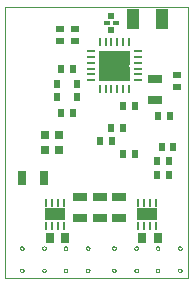
<source format=gtp>
G75*
%MOIN*%
%OFA0B0*%
%FSLAX25Y25*%
%IPPOS*%
%LPD*%
%AMOC8*
5,1,8,0,0,1.08239X$1,22.5*
%
%ADD10C,0.00000*%
%ADD11R,0.03000X0.01000*%
%ADD12R,0.01000X0.03000*%
%ADD13R,0.10400X0.10400*%
%ADD14C,0.00100*%
%ADD15R,0.02362X0.02953*%
%ADD16R,0.01969X0.01181*%
%ADD17R,0.02165X0.02165*%
%ADD18R,0.03937X0.06693*%
%ADD19R,0.02362X0.02756*%
%ADD20R,0.04724X0.03150*%
%ADD21R,0.02756X0.02362*%
%ADD22R,0.02756X0.03150*%
%ADD23R,0.01100X0.02800*%
%ADD24R,0.06700X0.03900*%
%ADD25R,0.02756X0.03543*%
%ADD26R,0.03150X0.04724*%
D10*
X0051468Y0044415D02*
X0112491Y0044415D01*
X0112491Y0083785D01*
X0112491Y0079848D02*
X0112491Y0134966D01*
X0051468Y0134966D01*
X0051468Y0044415D01*
X0056625Y0047013D02*
X0056627Y0047061D01*
X0056633Y0047109D01*
X0056643Y0047156D01*
X0056656Y0047202D01*
X0056674Y0047247D01*
X0056694Y0047291D01*
X0056719Y0047333D01*
X0056747Y0047372D01*
X0056777Y0047409D01*
X0056811Y0047443D01*
X0056848Y0047475D01*
X0056886Y0047504D01*
X0056927Y0047529D01*
X0056970Y0047551D01*
X0057015Y0047569D01*
X0057061Y0047583D01*
X0057108Y0047594D01*
X0057156Y0047601D01*
X0057204Y0047604D01*
X0057252Y0047603D01*
X0057300Y0047598D01*
X0057348Y0047589D01*
X0057394Y0047577D01*
X0057439Y0047560D01*
X0057483Y0047540D01*
X0057525Y0047517D01*
X0057565Y0047490D01*
X0057603Y0047460D01*
X0057638Y0047427D01*
X0057670Y0047391D01*
X0057700Y0047353D01*
X0057726Y0047312D01*
X0057748Y0047269D01*
X0057768Y0047225D01*
X0057783Y0047180D01*
X0057795Y0047133D01*
X0057803Y0047085D01*
X0057807Y0047037D01*
X0057807Y0046989D01*
X0057803Y0046941D01*
X0057795Y0046893D01*
X0057783Y0046846D01*
X0057768Y0046801D01*
X0057748Y0046757D01*
X0057726Y0046714D01*
X0057700Y0046673D01*
X0057670Y0046635D01*
X0057638Y0046599D01*
X0057603Y0046566D01*
X0057565Y0046536D01*
X0057525Y0046509D01*
X0057483Y0046486D01*
X0057439Y0046466D01*
X0057394Y0046449D01*
X0057348Y0046437D01*
X0057300Y0046428D01*
X0057252Y0046423D01*
X0057204Y0046422D01*
X0057156Y0046425D01*
X0057108Y0046432D01*
X0057061Y0046443D01*
X0057015Y0046457D01*
X0056970Y0046475D01*
X0056927Y0046497D01*
X0056886Y0046522D01*
X0056848Y0046551D01*
X0056811Y0046583D01*
X0056777Y0046617D01*
X0056747Y0046654D01*
X0056719Y0046693D01*
X0056694Y0046735D01*
X0056674Y0046779D01*
X0056656Y0046824D01*
X0056643Y0046870D01*
X0056633Y0046917D01*
X0056627Y0046965D01*
X0056625Y0047013D01*
X0056625Y0054415D02*
X0056627Y0054463D01*
X0056633Y0054511D01*
X0056643Y0054558D01*
X0056656Y0054604D01*
X0056674Y0054649D01*
X0056694Y0054693D01*
X0056719Y0054735D01*
X0056747Y0054774D01*
X0056777Y0054811D01*
X0056811Y0054845D01*
X0056848Y0054877D01*
X0056886Y0054906D01*
X0056927Y0054931D01*
X0056970Y0054953D01*
X0057015Y0054971D01*
X0057061Y0054985D01*
X0057108Y0054996D01*
X0057156Y0055003D01*
X0057204Y0055006D01*
X0057252Y0055005D01*
X0057300Y0055000D01*
X0057348Y0054991D01*
X0057394Y0054979D01*
X0057439Y0054962D01*
X0057483Y0054942D01*
X0057525Y0054919D01*
X0057565Y0054892D01*
X0057603Y0054862D01*
X0057638Y0054829D01*
X0057670Y0054793D01*
X0057700Y0054755D01*
X0057726Y0054714D01*
X0057748Y0054671D01*
X0057768Y0054627D01*
X0057783Y0054582D01*
X0057795Y0054535D01*
X0057803Y0054487D01*
X0057807Y0054439D01*
X0057807Y0054391D01*
X0057803Y0054343D01*
X0057795Y0054295D01*
X0057783Y0054248D01*
X0057768Y0054203D01*
X0057748Y0054159D01*
X0057726Y0054116D01*
X0057700Y0054075D01*
X0057670Y0054037D01*
X0057638Y0054001D01*
X0057603Y0053968D01*
X0057565Y0053938D01*
X0057525Y0053911D01*
X0057483Y0053888D01*
X0057439Y0053868D01*
X0057394Y0053851D01*
X0057348Y0053839D01*
X0057300Y0053830D01*
X0057252Y0053825D01*
X0057204Y0053824D01*
X0057156Y0053827D01*
X0057108Y0053834D01*
X0057061Y0053845D01*
X0057015Y0053859D01*
X0056970Y0053877D01*
X0056927Y0053899D01*
X0056886Y0053924D01*
X0056848Y0053953D01*
X0056811Y0053985D01*
X0056777Y0054019D01*
X0056747Y0054056D01*
X0056719Y0054095D01*
X0056694Y0054137D01*
X0056674Y0054181D01*
X0056656Y0054226D01*
X0056643Y0054272D01*
X0056633Y0054319D01*
X0056627Y0054367D01*
X0056625Y0054415D01*
X0064026Y0054415D02*
X0064028Y0054463D01*
X0064034Y0054511D01*
X0064044Y0054558D01*
X0064057Y0054604D01*
X0064075Y0054649D01*
X0064095Y0054693D01*
X0064120Y0054735D01*
X0064148Y0054774D01*
X0064178Y0054811D01*
X0064212Y0054845D01*
X0064249Y0054877D01*
X0064287Y0054906D01*
X0064328Y0054931D01*
X0064371Y0054953D01*
X0064416Y0054971D01*
X0064462Y0054985D01*
X0064509Y0054996D01*
X0064557Y0055003D01*
X0064605Y0055006D01*
X0064653Y0055005D01*
X0064701Y0055000D01*
X0064749Y0054991D01*
X0064795Y0054979D01*
X0064840Y0054962D01*
X0064884Y0054942D01*
X0064926Y0054919D01*
X0064966Y0054892D01*
X0065004Y0054862D01*
X0065039Y0054829D01*
X0065071Y0054793D01*
X0065101Y0054755D01*
X0065127Y0054714D01*
X0065149Y0054671D01*
X0065169Y0054627D01*
X0065184Y0054582D01*
X0065196Y0054535D01*
X0065204Y0054487D01*
X0065208Y0054439D01*
X0065208Y0054391D01*
X0065204Y0054343D01*
X0065196Y0054295D01*
X0065184Y0054248D01*
X0065169Y0054203D01*
X0065149Y0054159D01*
X0065127Y0054116D01*
X0065101Y0054075D01*
X0065071Y0054037D01*
X0065039Y0054001D01*
X0065004Y0053968D01*
X0064966Y0053938D01*
X0064926Y0053911D01*
X0064884Y0053888D01*
X0064840Y0053868D01*
X0064795Y0053851D01*
X0064749Y0053839D01*
X0064701Y0053830D01*
X0064653Y0053825D01*
X0064605Y0053824D01*
X0064557Y0053827D01*
X0064509Y0053834D01*
X0064462Y0053845D01*
X0064416Y0053859D01*
X0064371Y0053877D01*
X0064328Y0053899D01*
X0064287Y0053924D01*
X0064249Y0053953D01*
X0064212Y0053985D01*
X0064178Y0054019D01*
X0064148Y0054056D01*
X0064120Y0054095D01*
X0064095Y0054137D01*
X0064075Y0054181D01*
X0064057Y0054226D01*
X0064044Y0054272D01*
X0064034Y0054319D01*
X0064028Y0054367D01*
X0064026Y0054415D01*
X0064026Y0047013D02*
X0064028Y0047061D01*
X0064034Y0047109D01*
X0064044Y0047156D01*
X0064057Y0047202D01*
X0064075Y0047247D01*
X0064095Y0047291D01*
X0064120Y0047333D01*
X0064148Y0047372D01*
X0064178Y0047409D01*
X0064212Y0047443D01*
X0064249Y0047475D01*
X0064287Y0047504D01*
X0064328Y0047529D01*
X0064371Y0047551D01*
X0064416Y0047569D01*
X0064462Y0047583D01*
X0064509Y0047594D01*
X0064557Y0047601D01*
X0064605Y0047604D01*
X0064653Y0047603D01*
X0064701Y0047598D01*
X0064749Y0047589D01*
X0064795Y0047577D01*
X0064840Y0047560D01*
X0064884Y0047540D01*
X0064926Y0047517D01*
X0064966Y0047490D01*
X0065004Y0047460D01*
X0065039Y0047427D01*
X0065071Y0047391D01*
X0065101Y0047353D01*
X0065127Y0047312D01*
X0065149Y0047269D01*
X0065169Y0047225D01*
X0065184Y0047180D01*
X0065196Y0047133D01*
X0065204Y0047085D01*
X0065208Y0047037D01*
X0065208Y0046989D01*
X0065204Y0046941D01*
X0065196Y0046893D01*
X0065184Y0046846D01*
X0065169Y0046801D01*
X0065149Y0046757D01*
X0065127Y0046714D01*
X0065101Y0046673D01*
X0065071Y0046635D01*
X0065039Y0046599D01*
X0065004Y0046566D01*
X0064966Y0046536D01*
X0064926Y0046509D01*
X0064884Y0046486D01*
X0064840Y0046466D01*
X0064795Y0046449D01*
X0064749Y0046437D01*
X0064701Y0046428D01*
X0064653Y0046423D01*
X0064605Y0046422D01*
X0064557Y0046425D01*
X0064509Y0046432D01*
X0064462Y0046443D01*
X0064416Y0046457D01*
X0064371Y0046475D01*
X0064328Y0046497D01*
X0064287Y0046522D01*
X0064249Y0046551D01*
X0064212Y0046583D01*
X0064178Y0046617D01*
X0064148Y0046654D01*
X0064120Y0046693D01*
X0064095Y0046735D01*
X0064075Y0046779D01*
X0064057Y0046824D01*
X0064044Y0046870D01*
X0064034Y0046917D01*
X0064028Y0046965D01*
X0064026Y0047013D01*
X0071192Y0047013D02*
X0071194Y0047061D01*
X0071200Y0047109D01*
X0071210Y0047156D01*
X0071223Y0047202D01*
X0071241Y0047247D01*
X0071261Y0047291D01*
X0071286Y0047333D01*
X0071314Y0047372D01*
X0071344Y0047409D01*
X0071378Y0047443D01*
X0071415Y0047475D01*
X0071453Y0047504D01*
X0071494Y0047529D01*
X0071537Y0047551D01*
X0071582Y0047569D01*
X0071628Y0047583D01*
X0071675Y0047594D01*
X0071723Y0047601D01*
X0071771Y0047604D01*
X0071819Y0047603D01*
X0071867Y0047598D01*
X0071915Y0047589D01*
X0071961Y0047577D01*
X0072006Y0047560D01*
X0072050Y0047540D01*
X0072092Y0047517D01*
X0072132Y0047490D01*
X0072170Y0047460D01*
X0072205Y0047427D01*
X0072237Y0047391D01*
X0072267Y0047353D01*
X0072293Y0047312D01*
X0072315Y0047269D01*
X0072335Y0047225D01*
X0072350Y0047180D01*
X0072362Y0047133D01*
X0072370Y0047085D01*
X0072374Y0047037D01*
X0072374Y0046989D01*
X0072370Y0046941D01*
X0072362Y0046893D01*
X0072350Y0046846D01*
X0072335Y0046801D01*
X0072315Y0046757D01*
X0072293Y0046714D01*
X0072267Y0046673D01*
X0072237Y0046635D01*
X0072205Y0046599D01*
X0072170Y0046566D01*
X0072132Y0046536D01*
X0072092Y0046509D01*
X0072050Y0046486D01*
X0072006Y0046466D01*
X0071961Y0046449D01*
X0071915Y0046437D01*
X0071867Y0046428D01*
X0071819Y0046423D01*
X0071771Y0046422D01*
X0071723Y0046425D01*
X0071675Y0046432D01*
X0071628Y0046443D01*
X0071582Y0046457D01*
X0071537Y0046475D01*
X0071494Y0046497D01*
X0071453Y0046522D01*
X0071415Y0046551D01*
X0071378Y0046583D01*
X0071344Y0046617D01*
X0071314Y0046654D01*
X0071286Y0046693D01*
X0071261Y0046735D01*
X0071241Y0046779D01*
X0071223Y0046824D01*
X0071210Y0046870D01*
X0071200Y0046917D01*
X0071194Y0046965D01*
X0071192Y0047013D01*
X0071192Y0054415D02*
X0071194Y0054463D01*
X0071200Y0054511D01*
X0071210Y0054558D01*
X0071223Y0054604D01*
X0071241Y0054649D01*
X0071261Y0054693D01*
X0071286Y0054735D01*
X0071314Y0054774D01*
X0071344Y0054811D01*
X0071378Y0054845D01*
X0071415Y0054877D01*
X0071453Y0054906D01*
X0071494Y0054931D01*
X0071537Y0054953D01*
X0071582Y0054971D01*
X0071628Y0054985D01*
X0071675Y0054996D01*
X0071723Y0055003D01*
X0071771Y0055006D01*
X0071819Y0055005D01*
X0071867Y0055000D01*
X0071915Y0054991D01*
X0071961Y0054979D01*
X0072006Y0054962D01*
X0072050Y0054942D01*
X0072092Y0054919D01*
X0072132Y0054892D01*
X0072170Y0054862D01*
X0072205Y0054829D01*
X0072237Y0054793D01*
X0072267Y0054755D01*
X0072293Y0054714D01*
X0072315Y0054671D01*
X0072335Y0054627D01*
X0072350Y0054582D01*
X0072362Y0054535D01*
X0072370Y0054487D01*
X0072374Y0054439D01*
X0072374Y0054391D01*
X0072370Y0054343D01*
X0072362Y0054295D01*
X0072350Y0054248D01*
X0072335Y0054203D01*
X0072315Y0054159D01*
X0072293Y0054116D01*
X0072267Y0054075D01*
X0072237Y0054037D01*
X0072205Y0054001D01*
X0072170Y0053968D01*
X0072132Y0053938D01*
X0072092Y0053911D01*
X0072050Y0053888D01*
X0072006Y0053868D01*
X0071961Y0053851D01*
X0071915Y0053839D01*
X0071867Y0053830D01*
X0071819Y0053825D01*
X0071771Y0053824D01*
X0071723Y0053827D01*
X0071675Y0053834D01*
X0071628Y0053845D01*
X0071582Y0053859D01*
X0071537Y0053877D01*
X0071494Y0053899D01*
X0071453Y0053924D01*
X0071415Y0053953D01*
X0071378Y0053985D01*
X0071344Y0054019D01*
X0071314Y0054056D01*
X0071286Y0054095D01*
X0071261Y0054137D01*
X0071241Y0054181D01*
X0071223Y0054226D01*
X0071210Y0054272D01*
X0071200Y0054319D01*
X0071194Y0054367D01*
X0071192Y0054415D01*
X0078593Y0054415D02*
X0078595Y0054463D01*
X0078601Y0054511D01*
X0078611Y0054558D01*
X0078624Y0054604D01*
X0078642Y0054649D01*
X0078662Y0054693D01*
X0078687Y0054735D01*
X0078715Y0054774D01*
X0078745Y0054811D01*
X0078779Y0054845D01*
X0078816Y0054877D01*
X0078854Y0054906D01*
X0078895Y0054931D01*
X0078938Y0054953D01*
X0078983Y0054971D01*
X0079029Y0054985D01*
X0079076Y0054996D01*
X0079124Y0055003D01*
X0079172Y0055006D01*
X0079220Y0055005D01*
X0079268Y0055000D01*
X0079316Y0054991D01*
X0079362Y0054979D01*
X0079407Y0054962D01*
X0079451Y0054942D01*
X0079493Y0054919D01*
X0079533Y0054892D01*
X0079571Y0054862D01*
X0079606Y0054829D01*
X0079638Y0054793D01*
X0079668Y0054755D01*
X0079694Y0054714D01*
X0079716Y0054671D01*
X0079736Y0054627D01*
X0079751Y0054582D01*
X0079763Y0054535D01*
X0079771Y0054487D01*
X0079775Y0054439D01*
X0079775Y0054391D01*
X0079771Y0054343D01*
X0079763Y0054295D01*
X0079751Y0054248D01*
X0079736Y0054203D01*
X0079716Y0054159D01*
X0079694Y0054116D01*
X0079668Y0054075D01*
X0079638Y0054037D01*
X0079606Y0054001D01*
X0079571Y0053968D01*
X0079533Y0053938D01*
X0079493Y0053911D01*
X0079451Y0053888D01*
X0079407Y0053868D01*
X0079362Y0053851D01*
X0079316Y0053839D01*
X0079268Y0053830D01*
X0079220Y0053825D01*
X0079172Y0053824D01*
X0079124Y0053827D01*
X0079076Y0053834D01*
X0079029Y0053845D01*
X0078983Y0053859D01*
X0078938Y0053877D01*
X0078895Y0053899D01*
X0078854Y0053924D01*
X0078816Y0053953D01*
X0078779Y0053985D01*
X0078745Y0054019D01*
X0078715Y0054056D01*
X0078687Y0054095D01*
X0078662Y0054137D01*
X0078642Y0054181D01*
X0078624Y0054226D01*
X0078611Y0054272D01*
X0078601Y0054319D01*
X0078595Y0054367D01*
X0078593Y0054415D01*
X0078593Y0047013D02*
X0078595Y0047061D01*
X0078601Y0047109D01*
X0078611Y0047156D01*
X0078624Y0047202D01*
X0078642Y0047247D01*
X0078662Y0047291D01*
X0078687Y0047333D01*
X0078715Y0047372D01*
X0078745Y0047409D01*
X0078779Y0047443D01*
X0078816Y0047475D01*
X0078854Y0047504D01*
X0078895Y0047529D01*
X0078938Y0047551D01*
X0078983Y0047569D01*
X0079029Y0047583D01*
X0079076Y0047594D01*
X0079124Y0047601D01*
X0079172Y0047604D01*
X0079220Y0047603D01*
X0079268Y0047598D01*
X0079316Y0047589D01*
X0079362Y0047577D01*
X0079407Y0047560D01*
X0079451Y0047540D01*
X0079493Y0047517D01*
X0079533Y0047490D01*
X0079571Y0047460D01*
X0079606Y0047427D01*
X0079638Y0047391D01*
X0079668Y0047353D01*
X0079694Y0047312D01*
X0079716Y0047269D01*
X0079736Y0047225D01*
X0079751Y0047180D01*
X0079763Y0047133D01*
X0079771Y0047085D01*
X0079775Y0047037D01*
X0079775Y0046989D01*
X0079771Y0046941D01*
X0079763Y0046893D01*
X0079751Y0046846D01*
X0079736Y0046801D01*
X0079716Y0046757D01*
X0079694Y0046714D01*
X0079668Y0046673D01*
X0079638Y0046635D01*
X0079606Y0046599D01*
X0079571Y0046566D01*
X0079533Y0046536D01*
X0079493Y0046509D01*
X0079451Y0046486D01*
X0079407Y0046466D01*
X0079362Y0046449D01*
X0079316Y0046437D01*
X0079268Y0046428D01*
X0079220Y0046423D01*
X0079172Y0046422D01*
X0079124Y0046425D01*
X0079076Y0046432D01*
X0079029Y0046443D01*
X0078983Y0046457D01*
X0078938Y0046475D01*
X0078895Y0046497D01*
X0078854Y0046522D01*
X0078816Y0046551D01*
X0078779Y0046583D01*
X0078745Y0046617D01*
X0078715Y0046654D01*
X0078687Y0046693D01*
X0078662Y0046735D01*
X0078642Y0046779D01*
X0078624Y0046824D01*
X0078611Y0046870D01*
X0078601Y0046917D01*
X0078595Y0046965D01*
X0078593Y0047013D01*
X0087333Y0047013D02*
X0087335Y0047061D01*
X0087341Y0047109D01*
X0087351Y0047156D01*
X0087364Y0047202D01*
X0087382Y0047247D01*
X0087402Y0047291D01*
X0087427Y0047333D01*
X0087455Y0047372D01*
X0087485Y0047409D01*
X0087519Y0047443D01*
X0087556Y0047475D01*
X0087594Y0047504D01*
X0087635Y0047529D01*
X0087678Y0047551D01*
X0087723Y0047569D01*
X0087769Y0047583D01*
X0087816Y0047594D01*
X0087864Y0047601D01*
X0087912Y0047604D01*
X0087960Y0047603D01*
X0088008Y0047598D01*
X0088056Y0047589D01*
X0088102Y0047577D01*
X0088147Y0047560D01*
X0088191Y0047540D01*
X0088233Y0047517D01*
X0088273Y0047490D01*
X0088311Y0047460D01*
X0088346Y0047427D01*
X0088378Y0047391D01*
X0088408Y0047353D01*
X0088434Y0047312D01*
X0088456Y0047269D01*
X0088476Y0047225D01*
X0088491Y0047180D01*
X0088503Y0047133D01*
X0088511Y0047085D01*
X0088515Y0047037D01*
X0088515Y0046989D01*
X0088511Y0046941D01*
X0088503Y0046893D01*
X0088491Y0046846D01*
X0088476Y0046801D01*
X0088456Y0046757D01*
X0088434Y0046714D01*
X0088408Y0046673D01*
X0088378Y0046635D01*
X0088346Y0046599D01*
X0088311Y0046566D01*
X0088273Y0046536D01*
X0088233Y0046509D01*
X0088191Y0046486D01*
X0088147Y0046466D01*
X0088102Y0046449D01*
X0088056Y0046437D01*
X0088008Y0046428D01*
X0087960Y0046423D01*
X0087912Y0046422D01*
X0087864Y0046425D01*
X0087816Y0046432D01*
X0087769Y0046443D01*
X0087723Y0046457D01*
X0087678Y0046475D01*
X0087635Y0046497D01*
X0087594Y0046522D01*
X0087556Y0046551D01*
X0087519Y0046583D01*
X0087485Y0046617D01*
X0087455Y0046654D01*
X0087427Y0046693D01*
X0087402Y0046735D01*
X0087382Y0046779D01*
X0087364Y0046824D01*
X0087351Y0046870D01*
X0087341Y0046917D01*
X0087335Y0046965D01*
X0087333Y0047013D01*
X0087333Y0054415D02*
X0087335Y0054463D01*
X0087341Y0054511D01*
X0087351Y0054558D01*
X0087364Y0054604D01*
X0087382Y0054649D01*
X0087402Y0054693D01*
X0087427Y0054735D01*
X0087455Y0054774D01*
X0087485Y0054811D01*
X0087519Y0054845D01*
X0087556Y0054877D01*
X0087594Y0054906D01*
X0087635Y0054931D01*
X0087678Y0054953D01*
X0087723Y0054971D01*
X0087769Y0054985D01*
X0087816Y0054996D01*
X0087864Y0055003D01*
X0087912Y0055006D01*
X0087960Y0055005D01*
X0088008Y0055000D01*
X0088056Y0054991D01*
X0088102Y0054979D01*
X0088147Y0054962D01*
X0088191Y0054942D01*
X0088233Y0054919D01*
X0088273Y0054892D01*
X0088311Y0054862D01*
X0088346Y0054829D01*
X0088378Y0054793D01*
X0088408Y0054755D01*
X0088434Y0054714D01*
X0088456Y0054671D01*
X0088476Y0054627D01*
X0088491Y0054582D01*
X0088503Y0054535D01*
X0088511Y0054487D01*
X0088515Y0054439D01*
X0088515Y0054391D01*
X0088511Y0054343D01*
X0088503Y0054295D01*
X0088491Y0054248D01*
X0088476Y0054203D01*
X0088456Y0054159D01*
X0088434Y0054116D01*
X0088408Y0054075D01*
X0088378Y0054037D01*
X0088346Y0054001D01*
X0088311Y0053968D01*
X0088273Y0053938D01*
X0088233Y0053911D01*
X0088191Y0053888D01*
X0088147Y0053868D01*
X0088102Y0053851D01*
X0088056Y0053839D01*
X0088008Y0053830D01*
X0087960Y0053825D01*
X0087912Y0053824D01*
X0087864Y0053827D01*
X0087816Y0053834D01*
X0087769Y0053845D01*
X0087723Y0053859D01*
X0087678Y0053877D01*
X0087635Y0053899D01*
X0087594Y0053924D01*
X0087556Y0053953D01*
X0087519Y0053985D01*
X0087485Y0054019D01*
X0087455Y0054056D01*
X0087427Y0054095D01*
X0087402Y0054137D01*
X0087382Y0054181D01*
X0087364Y0054226D01*
X0087351Y0054272D01*
X0087341Y0054319D01*
X0087335Y0054367D01*
X0087333Y0054415D01*
X0094735Y0054415D02*
X0094737Y0054463D01*
X0094743Y0054511D01*
X0094753Y0054558D01*
X0094766Y0054604D01*
X0094784Y0054649D01*
X0094804Y0054693D01*
X0094829Y0054735D01*
X0094857Y0054774D01*
X0094887Y0054811D01*
X0094921Y0054845D01*
X0094958Y0054877D01*
X0094996Y0054906D01*
X0095037Y0054931D01*
X0095080Y0054953D01*
X0095125Y0054971D01*
X0095171Y0054985D01*
X0095218Y0054996D01*
X0095266Y0055003D01*
X0095314Y0055006D01*
X0095362Y0055005D01*
X0095410Y0055000D01*
X0095458Y0054991D01*
X0095504Y0054979D01*
X0095549Y0054962D01*
X0095593Y0054942D01*
X0095635Y0054919D01*
X0095675Y0054892D01*
X0095713Y0054862D01*
X0095748Y0054829D01*
X0095780Y0054793D01*
X0095810Y0054755D01*
X0095836Y0054714D01*
X0095858Y0054671D01*
X0095878Y0054627D01*
X0095893Y0054582D01*
X0095905Y0054535D01*
X0095913Y0054487D01*
X0095917Y0054439D01*
X0095917Y0054391D01*
X0095913Y0054343D01*
X0095905Y0054295D01*
X0095893Y0054248D01*
X0095878Y0054203D01*
X0095858Y0054159D01*
X0095836Y0054116D01*
X0095810Y0054075D01*
X0095780Y0054037D01*
X0095748Y0054001D01*
X0095713Y0053968D01*
X0095675Y0053938D01*
X0095635Y0053911D01*
X0095593Y0053888D01*
X0095549Y0053868D01*
X0095504Y0053851D01*
X0095458Y0053839D01*
X0095410Y0053830D01*
X0095362Y0053825D01*
X0095314Y0053824D01*
X0095266Y0053827D01*
X0095218Y0053834D01*
X0095171Y0053845D01*
X0095125Y0053859D01*
X0095080Y0053877D01*
X0095037Y0053899D01*
X0094996Y0053924D01*
X0094958Y0053953D01*
X0094921Y0053985D01*
X0094887Y0054019D01*
X0094857Y0054056D01*
X0094829Y0054095D01*
X0094804Y0054137D01*
X0094784Y0054181D01*
X0094766Y0054226D01*
X0094753Y0054272D01*
X0094743Y0054319D01*
X0094737Y0054367D01*
X0094735Y0054415D01*
X0094735Y0047013D02*
X0094737Y0047061D01*
X0094743Y0047109D01*
X0094753Y0047156D01*
X0094766Y0047202D01*
X0094784Y0047247D01*
X0094804Y0047291D01*
X0094829Y0047333D01*
X0094857Y0047372D01*
X0094887Y0047409D01*
X0094921Y0047443D01*
X0094958Y0047475D01*
X0094996Y0047504D01*
X0095037Y0047529D01*
X0095080Y0047551D01*
X0095125Y0047569D01*
X0095171Y0047583D01*
X0095218Y0047594D01*
X0095266Y0047601D01*
X0095314Y0047604D01*
X0095362Y0047603D01*
X0095410Y0047598D01*
X0095458Y0047589D01*
X0095504Y0047577D01*
X0095549Y0047560D01*
X0095593Y0047540D01*
X0095635Y0047517D01*
X0095675Y0047490D01*
X0095713Y0047460D01*
X0095748Y0047427D01*
X0095780Y0047391D01*
X0095810Y0047353D01*
X0095836Y0047312D01*
X0095858Y0047269D01*
X0095878Y0047225D01*
X0095893Y0047180D01*
X0095905Y0047133D01*
X0095913Y0047085D01*
X0095917Y0047037D01*
X0095917Y0046989D01*
X0095913Y0046941D01*
X0095905Y0046893D01*
X0095893Y0046846D01*
X0095878Y0046801D01*
X0095858Y0046757D01*
X0095836Y0046714D01*
X0095810Y0046673D01*
X0095780Y0046635D01*
X0095748Y0046599D01*
X0095713Y0046566D01*
X0095675Y0046536D01*
X0095635Y0046509D01*
X0095593Y0046486D01*
X0095549Y0046466D01*
X0095504Y0046449D01*
X0095458Y0046437D01*
X0095410Y0046428D01*
X0095362Y0046423D01*
X0095314Y0046422D01*
X0095266Y0046425D01*
X0095218Y0046432D01*
X0095171Y0046443D01*
X0095125Y0046457D01*
X0095080Y0046475D01*
X0095037Y0046497D01*
X0094996Y0046522D01*
X0094958Y0046551D01*
X0094921Y0046583D01*
X0094887Y0046617D01*
X0094857Y0046654D01*
X0094829Y0046693D01*
X0094804Y0046735D01*
X0094784Y0046779D01*
X0094766Y0046824D01*
X0094753Y0046870D01*
X0094743Y0046917D01*
X0094737Y0046965D01*
X0094735Y0047013D01*
X0101900Y0047013D02*
X0101902Y0047061D01*
X0101908Y0047109D01*
X0101918Y0047156D01*
X0101931Y0047202D01*
X0101949Y0047247D01*
X0101969Y0047291D01*
X0101994Y0047333D01*
X0102022Y0047372D01*
X0102052Y0047409D01*
X0102086Y0047443D01*
X0102123Y0047475D01*
X0102161Y0047504D01*
X0102202Y0047529D01*
X0102245Y0047551D01*
X0102290Y0047569D01*
X0102336Y0047583D01*
X0102383Y0047594D01*
X0102431Y0047601D01*
X0102479Y0047604D01*
X0102527Y0047603D01*
X0102575Y0047598D01*
X0102623Y0047589D01*
X0102669Y0047577D01*
X0102714Y0047560D01*
X0102758Y0047540D01*
X0102800Y0047517D01*
X0102840Y0047490D01*
X0102878Y0047460D01*
X0102913Y0047427D01*
X0102945Y0047391D01*
X0102975Y0047353D01*
X0103001Y0047312D01*
X0103023Y0047269D01*
X0103043Y0047225D01*
X0103058Y0047180D01*
X0103070Y0047133D01*
X0103078Y0047085D01*
X0103082Y0047037D01*
X0103082Y0046989D01*
X0103078Y0046941D01*
X0103070Y0046893D01*
X0103058Y0046846D01*
X0103043Y0046801D01*
X0103023Y0046757D01*
X0103001Y0046714D01*
X0102975Y0046673D01*
X0102945Y0046635D01*
X0102913Y0046599D01*
X0102878Y0046566D01*
X0102840Y0046536D01*
X0102800Y0046509D01*
X0102758Y0046486D01*
X0102714Y0046466D01*
X0102669Y0046449D01*
X0102623Y0046437D01*
X0102575Y0046428D01*
X0102527Y0046423D01*
X0102479Y0046422D01*
X0102431Y0046425D01*
X0102383Y0046432D01*
X0102336Y0046443D01*
X0102290Y0046457D01*
X0102245Y0046475D01*
X0102202Y0046497D01*
X0102161Y0046522D01*
X0102123Y0046551D01*
X0102086Y0046583D01*
X0102052Y0046617D01*
X0102022Y0046654D01*
X0101994Y0046693D01*
X0101969Y0046735D01*
X0101949Y0046779D01*
X0101931Y0046824D01*
X0101918Y0046870D01*
X0101908Y0046917D01*
X0101902Y0046965D01*
X0101900Y0047013D01*
X0101900Y0054415D02*
X0101902Y0054463D01*
X0101908Y0054511D01*
X0101918Y0054558D01*
X0101931Y0054604D01*
X0101949Y0054649D01*
X0101969Y0054693D01*
X0101994Y0054735D01*
X0102022Y0054774D01*
X0102052Y0054811D01*
X0102086Y0054845D01*
X0102123Y0054877D01*
X0102161Y0054906D01*
X0102202Y0054931D01*
X0102245Y0054953D01*
X0102290Y0054971D01*
X0102336Y0054985D01*
X0102383Y0054996D01*
X0102431Y0055003D01*
X0102479Y0055006D01*
X0102527Y0055005D01*
X0102575Y0055000D01*
X0102623Y0054991D01*
X0102669Y0054979D01*
X0102714Y0054962D01*
X0102758Y0054942D01*
X0102800Y0054919D01*
X0102840Y0054892D01*
X0102878Y0054862D01*
X0102913Y0054829D01*
X0102945Y0054793D01*
X0102975Y0054755D01*
X0103001Y0054714D01*
X0103023Y0054671D01*
X0103043Y0054627D01*
X0103058Y0054582D01*
X0103070Y0054535D01*
X0103078Y0054487D01*
X0103082Y0054439D01*
X0103082Y0054391D01*
X0103078Y0054343D01*
X0103070Y0054295D01*
X0103058Y0054248D01*
X0103043Y0054203D01*
X0103023Y0054159D01*
X0103001Y0054116D01*
X0102975Y0054075D01*
X0102945Y0054037D01*
X0102913Y0054001D01*
X0102878Y0053968D01*
X0102840Y0053938D01*
X0102800Y0053911D01*
X0102758Y0053888D01*
X0102714Y0053868D01*
X0102669Y0053851D01*
X0102623Y0053839D01*
X0102575Y0053830D01*
X0102527Y0053825D01*
X0102479Y0053824D01*
X0102431Y0053827D01*
X0102383Y0053834D01*
X0102336Y0053845D01*
X0102290Y0053859D01*
X0102245Y0053877D01*
X0102202Y0053899D01*
X0102161Y0053924D01*
X0102123Y0053953D01*
X0102086Y0053985D01*
X0102052Y0054019D01*
X0102022Y0054056D01*
X0101994Y0054095D01*
X0101969Y0054137D01*
X0101949Y0054181D01*
X0101931Y0054226D01*
X0101918Y0054272D01*
X0101908Y0054319D01*
X0101902Y0054367D01*
X0101900Y0054415D01*
X0109302Y0054415D02*
X0109304Y0054463D01*
X0109310Y0054511D01*
X0109320Y0054558D01*
X0109333Y0054604D01*
X0109351Y0054649D01*
X0109371Y0054693D01*
X0109396Y0054735D01*
X0109424Y0054774D01*
X0109454Y0054811D01*
X0109488Y0054845D01*
X0109525Y0054877D01*
X0109563Y0054906D01*
X0109604Y0054931D01*
X0109647Y0054953D01*
X0109692Y0054971D01*
X0109738Y0054985D01*
X0109785Y0054996D01*
X0109833Y0055003D01*
X0109881Y0055006D01*
X0109929Y0055005D01*
X0109977Y0055000D01*
X0110025Y0054991D01*
X0110071Y0054979D01*
X0110116Y0054962D01*
X0110160Y0054942D01*
X0110202Y0054919D01*
X0110242Y0054892D01*
X0110280Y0054862D01*
X0110315Y0054829D01*
X0110347Y0054793D01*
X0110377Y0054755D01*
X0110403Y0054714D01*
X0110425Y0054671D01*
X0110445Y0054627D01*
X0110460Y0054582D01*
X0110472Y0054535D01*
X0110480Y0054487D01*
X0110484Y0054439D01*
X0110484Y0054391D01*
X0110480Y0054343D01*
X0110472Y0054295D01*
X0110460Y0054248D01*
X0110445Y0054203D01*
X0110425Y0054159D01*
X0110403Y0054116D01*
X0110377Y0054075D01*
X0110347Y0054037D01*
X0110315Y0054001D01*
X0110280Y0053968D01*
X0110242Y0053938D01*
X0110202Y0053911D01*
X0110160Y0053888D01*
X0110116Y0053868D01*
X0110071Y0053851D01*
X0110025Y0053839D01*
X0109977Y0053830D01*
X0109929Y0053825D01*
X0109881Y0053824D01*
X0109833Y0053827D01*
X0109785Y0053834D01*
X0109738Y0053845D01*
X0109692Y0053859D01*
X0109647Y0053877D01*
X0109604Y0053899D01*
X0109563Y0053924D01*
X0109525Y0053953D01*
X0109488Y0053985D01*
X0109454Y0054019D01*
X0109424Y0054056D01*
X0109396Y0054095D01*
X0109371Y0054137D01*
X0109351Y0054181D01*
X0109333Y0054226D01*
X0109320Y0054272D01*
X0109310Y0054319D01*
X0109304Y0054367D01*
X0109302Y0054415D01*
X0109302Y0047013D02*
X0109304Y0047061D01*
X0109310Y0047109D01*
X0109320Y0047156D01*
X0109333Y0047202D01*
X0109351Y0047247D01*
X0109371Y0047291D01*
X0109396Y0047333D01*
X0109424Y0047372D01*
X0109454Y0047409D01*
X0109488Y0047443D01*
X0109525Y0047475D01*
X0109563Y0047504D01*
X0109604Y0047529D01*
X0109647Y0047551D01*
X0109692Y0047569D01*
X0109738Y0047583D01*
X0109785Y0047594D01*
X0109833Y0047601D01*
X0109881Y0047604D01*
X0109929Y0047603D01*
X0109977Y0047598D01*
X0110025Y0047589D01*
X0110071Y0047577D01*
X0110116Y0047560D01*
X0110160Y0047540D01*
X0110202Y0047517D01*
X0110242Y0047490D01*
X0110280Y0047460D01*
X0110315Y0047427D01*
X0110347Y0047391D01*
X0110377Y0047353D01*
X0110403Y0047312D01*
X0110425Y0047269D01*
X0110445Y0047225D01*
X0110460Y0047180D01*
X0110472Y0047133D01*
X0110480Y0047085D01*
X0110484Y0047037D01*
X0110484Y0046989D01*
X0110480Y0046941D01*
X0110472Y0046893D01*
X0110460Y0046846D01*
X0110445Y0046801D01*
X0110425Y0046757D01*
X0110403Y0046714D01*
X0110377Y0046673D01*
X0110347Y0046635D01*
X0110315Y0046599D01*
X0110280Y0046566D01*
X0110242Y0046536D01*
X0110202Y0046509D01*
X0110160Y0046486D01*
X0110116Y0046466D01*
X0110071Y0046449D01*
X0110025Y0046437D01*
X0109977Y0046428D01*
X0109929Y0046423D01*
X0109881Y0046422D01*
X0109833Y0046425D01*
X0109785Y0046432D01*
X0109738Y0046443D01*
X0109692Y0046457D01*
X0109647Y0046475D01*
X0109604Y0046497D01*
X0109563Y0046522D01*
X0109525Y0046551D01*
X0109488Y0046583D01*
X0109454Y0046617D01*
X0109424Y0046654D01*
X0109396Y0046693D01*
X0109371Y0046735D01*
X0109351Y0046779D01*
X0109333Y0046824D01*
X0109320Y0046870D01*
X0109310Y0046917D01*
X0109304Y0046965D01*
X0109302Y0047013D01*
D11*
X0095832Y0110360D03*
X0095832Y0112328D03*
X0095832Y0114297D03*
X0095832Y0116265D03*
X0095832Y0118234D03*
X0095832Y0120202D03*
X0080332Y0120202D03*
X0080332Y0118234D03*
X0080332Y0116265D03*
X0080332Y0114297D03*
X0080332Y0112328D03*
X0080332Y0110360D03*
D12*
X0083161Y0107531D03*
X0085129Y0107531D03*
X0087098Y0107531D03*
X0089066Y0107531D03*
X0091035Y0107531D03*
X0093003Y0107531D03*
X0093003Y0123031D03*
X0091035Y0123031D03*
X0089066Y0123031D03*
X0087098Y0123031D03*
X0085129Y0123031D03*
X0083161Y0123031D03*
D13*
X0088082Y0115281D03*
D14*
X0088476Y0114887D02*
X0092888Y0114887D01*
X0092888Y0110475D01*
X0088476Y0110475D01*
X0088476Y0114887D01*
X0088476Y0114851D02*
X0092888Y0114851D01*
X0092888Y0114752D02*
X0088476Y0114752D01*
X0088476Y0114654D02*
X0092888Y0114654D01*
X0092888Y0114555D02*
X0088476Y0114555D01*
X0088476Y0114457D02*
X0092888Y0114457D01*
X0092888Y0114358D02*
X0088476Y0114358D01*
X0088476Y0114260D02*
X0092888Y0114260D01*
X0092888Y0114161D02*
X0088476Y0114161D01*
X0088476Y0114063D02*
X0092888Y0114063D01*
X0092888Y0113964D02*
X0088476Y0113964D01*
X0088476Y0113866D02*
X0092888Y0113866D01*
X0092888Y0113767D02*
X0088476Y0113767D01*
X0088476Y0113668D02*
X0092888Y0113668D01*
X0092888Y0113570D02*
X0088476Y0113570D01*
X0088476Y0113471D02*
X0092888Y0113471D01*
X0092888Y0113373D02*
X0088476Y0113373D01*
X0088476Y0113274D02*
X0092888Y0113274D01*
X0092888Y0113176D02*
X0088476Y0113176D01*
X0088476Y0113077D02*
X0092888Y0113077D01*
X0092888Y0112979D02*
X0088476Y0112979D01*
X0088476Y0112880D02*
X0092888Y0112880D01*
X0092888Y0112782D02*
X0088476Y0112782D01*
X0088476Y0112683D02*
X0092888Y0112683D01*
X0092888Y0112585D02*
X0088476Y0112585D01*
X0088476Y0112486D02*
X0092888Y0112486D01*
X0092888Y0112388D02*
X0088476Y0112388D01*
X0088476Y0112289D02*
X0092888Y0112289D01*
X0092888Y0112191D02*
X0088476Y0112191D01*
X0088476Y0112092D02*
X0092888Y0112092D01*
X0092888Y0111994D02*
X0088476Y0111994D01*
X0088476Y0111895D02*
X0092888Y0111895D01*
X0092888Y0111797D02*
X0088476Y0111797D01*
X0088476Y0111698D02*
X0092888Y0111698D01*
X0092888Y0111600D02*
X0088476Y0111600D01*
X0088476Y0111501D02*
X0092888Y0111501D01*
X0092888Y0111403D02*
X0088476Y0111403D01*
X0088476Y0111304D02*
X0092888Y0111304D01*
X0092888Y0111206D02*
X0088476Y0111206D01*
X0088476Y0111107D02*
X0092888Y0111107D01*
X0092888Y0111009D02*
X0088476Y0111009D01*
X0088476Y0110910D02*
X0092888Y0110910D01*
X0092888Y0110812D02*
X0088476Y0110812D01*
X0088476Y0110713D02*
X0092888Y0110713D01*
X0092888Y0110615D02*
X0088476Y0110615D01*
X0088476Y0110516D02*
X0092888Y0110516D01*
X0092888Y0115675D02*
X0088476Y0115675D01*
X0088476Y0120087D01*
X0092888Y0120087D01*
X0092888Y0115675D01*
X0092888Y0115737D02*
X0088476Y0115737D01*
X0088476Y0115836D02*
X0092888Y0115836D01*
X0092888Y0115934D02*
X0088476Y0115934D01*
X0088476Y0116033D02*
X0092888Y0116033D01*
X0092888Y0116131D02*
X0088476Y0116131D01*
X0088476Y0116230D02*
X0092888Y0116230D01*
X0092888Y0116328D02*
X0088476Y0116328D01*
X0088476Y0116427D02*
X0092888Y0116427D01*
X0092888Y0116525D02*
X0088476Y0116525D01*
X0088476Y0116624D02*
X0092888Y0116624D01*
X0092888Y0116722D02*
X0088476Y0116722D01*
X0088476Y0116821D02*
X0092888Y0116821D01*
X0092888Y0116919D02*
X0088476Y0116919D01*
X0088476Y0117018D02*
X0092888Y0117018D01*
X0092888Y0117116D02*
X0088476Y0117116D01*
X0088476Y0117215D02*
X0092888Y0117215D01*
X0092888Y0117313D02*
X0088476Y0117313D01*
X0088476Y0117412D02*
X0092888Y0117412D01*
X0092888Y0117510D02*
X0088476Y0117510D01*
X0088476Y0117609D02*
X0092888Y0117609D01*
X0092888Y0117707D02*
X0088476Y0117707D01*
X0088476Y0117806D02*
X0092888Y0117806D01*
X0092888Y0117904D02*
X0088476Y0117904D01*
X0088476Y0118003D02*
X0092888Y0118003D01*
X0092888Y0118101D02*
X0088476Y0118101D01*
X0088476Y0118200D02*
X0092888Y0118200D01*
X0092888Y0118299D02*
X0088476Y0118299D01*
X0088476Y0118397D02*
X0092888Y0118397D01*
X0092888Y0118496D02*
X0088476Y0118496D01*
X0088476Y0118594D02*
X0092888Y0118594D01*
X0092888Y0118693D02*
X0088476Y0118693D01*
X0088476Y0118791D02*
X0092888Y0118791D01*
X0092888Y0118890D02*
X0088476Y0118890D01*
X0088476Y0118988D02*
X0092888Y0118988D01*
X0092888Y0119087D02*
X0088476Y0119087D01*
X0088476Y0119185D02*
X0092888Y0119185D01*
X0092888Y0119284D02*
X0088476Y0119284D01*
X0088476Y0119382D02*
X0092888Y0119382D01*
X0092888Y0119481D02*
X0088476Y0119481D01*
X0088476Y0119579D02*
X0092888Y0119579D01*
X0092888Y0119678D02*
X0088476Y0119678D01*
X0088476Y0119776D02*
X0092888Y0119776D01*
X0092888Y0119875D02*
X0088476Y0119875D01*
X0088476Y0119973D02*
X0092888Y0119973D01*
X0092888Y0120072D02*
X0088476Y0120072D01*
X0087688Y0120072D02*
X0083276Y0120072D01*
X0083276Y0120087D02*
X0087688Y0120087D01*
X0087688Y0115675D01*
X0083276Y0115675D01*
X0083276Y0120087D01*
X0083276Y0119973D02*
X0087688Y0119973D01*
X0087688Y0119875D02*
X0083276Y0119875D01*
X0083276Y0119776D02*
X0087688Y0119776D01*
X0087688Y0119678D02*
X0083276Y0119678D01*
X0083276Y0119579D02*
X0087688Y0119579D01*
X0087688Y0119481D02*
X0083276Y0119481D01*
X0083276Y0119382D02*
X0087688Y0119382D01*
X0087688Y0119284D02*
X0083276Y0119284D01*
X0083276Y0119185D02*
X0087688Y0119185D01*
X0087688Y0119087D02*
X0083276Y0119087D01*
X0083276Y0118988D02*
X0087688Y0118988D01*
X0087688Y0118890D02*
X0083276Y0118890D01*
X0083276Y0118791D02*
X0087688Y0118791D01*
X0087688Y0118693D02*
X0083276Y0118693D01*
X0083276Y0118594D02*
X0087688Y0118594D01*
X0087688Y0118496D02*
X0083276Y0118496D01*
X0083276Y0118397D02*
X0087688Y0118397D01*
X0087688Y0118299D02*
X0083276Y0118299D01*
X0083276Y0118200D02*
X0087688Y0118200D01*
X0087688Y0118101D02*
X0083276Y0118101D01*
X0083276Y0118003D02*
X0087688Y0118003D01*
X0087688Y0117904D02*
X0083276Y0117904D01*
X0083276Y0117806D02*
X0087688Y0117806D01*
X0087688Y0117707D02*
X0083276Y0117707D01*
X0083276Y0117609D02*
X0087688Y0117609D01*
X0087688Y0117510D02*
X0083276Y0117510D01*
X0083276Y0117412D02*
X0087688Y0117412D01*
X0087688Y0117313D02*
X0083276Y0117313D01*
X0083276Y0117215D02*
X0087688Y0117215D01*
X0087688Y0117116D02*
X0083276Y0117116D01*
X0083276Y0117018D02*
X0087688Y0117018D01*
X0087688Y0116919D02*
X0083276Y0116919D01*
X0083276Y0116821D02*
X0087688Y0116821D01*
X0087688Y0116722D02*
X0083276Y0116722D01*
X0083276Y0116624D02*
X0087688Y0116624D01*
X0087688Y0116525D02*
X0083276Y0116525D01*
X0083276Y0116427D02*
X0087688Y0116427D01*
X0087688Y0116328D02*
X0083276Y0116328D01*
X0083276Y0116230D02*
X0087688Y0116230D01*
X0087688Y0116131D02*
X0083276Y0116131D01*
X0083276Y0116033D02*
X0087688Y0116033D01*
X0087688Y0115934D02*
X0083276Y0115934D01*
X0083276Y0115836D02*
X0087688Y0115836D01*
X0087688Y0115737D02*
X0083276Y0115737D01*
X0083276Y0114887D02*
X0087688Y0114887D01*
X0087688Y0110475D01*
X0083276Y0110475D01*
X0083276Y0114887D01*
X0083276Y0114851D02*
X0087688Y0114851D01*
X0087688Y0114752D02*
X0083276Y0114752D01*
X0083276Y0114654D02*
X0087688Y0114654D01*
X0087688Y0114555D02*
X0083276Y0114555D01*
X0083276Y0114457D02*
X0087688Y0114457D01*
X0087688Y0114358D02*
X0083276Y0114358D01*
X0083276Y0114260D02*
X0087688Y0114260D01*
X0087688Y0114161D02*
X0083276Y0114161D01*
X0083276Y0114063D02*
X0087688Y0114063D01*
X0087688Y0113964D02*
X0083276Y0113964D01*
X0083276Y0113866D02*
X0087688Y0113866D01*
X0087688Y0113767D02*
X0083276Y0113767D01*
X0083276Y0113668D02*
X0087688Y0113668D01*
X0087688Y0113570D02*
X0083276Y0113570D01*
X0083276Y0113471D02*
X0087688Y0113471D01*
X0087688Y0113373D02*
X0083276Y0113373D01*
X0083276Y0113274D02*
X0087688Y0113274D01*
X0087688Y0113176D02*
X0083276Y0113176D01*
X0083276Y0113077D02*
X0087688Y0113077D01*
X0087688Y0112979D02*
X0083276Y0112979D01*
X0083276Y0112880D02*
X0087688Y0112880D01*
X0087688Y0112782D02*
X0083276Y0112782D01*
X0083276Y0112683D02*
X0087688Y0112683D01*
X0087688Y0112585D02*
X0083276Y0112585D01*
X0083276Y0112486D02*
X0087688Y0112486D01*
X0087688Y0112388D02*
X0083276Y0112388D01*
X0083276Y0112289D02*
X0087688Y0112289D01*
X0087688Y0112191D02*
X0083276Y0112191D01*
X0083276Y0112092D02*
X0087688Y0112092D01*
X0087688Y0111994D02*
X0083276Y0111994D01*
X0083276Y0111895D02*
X0087688Y0111895D01*
X0087688Y0111797D02*
X0083276Y0111797D01*
X0083276Y0111698D02*
X0087688Y0111698D01*
X0087688Y0111600D02*
X0083276Y0111600D01*
X0083276Y0111501D02*
X0087688Y0111501D01*
X0087688Y0111403D02*
X0083276Y0111403D01*
X0083276Y0111304D02*
X0087688Y0111304D01*
X0087688Y0111206D02*
X0083276Y0111206D01*
X0083276Y0111107D02*
X0087688Y0111107D01*
X0087688Y0111009D02*
X0083276Y0111009D01*
X0083276Y0110910D02*
X0087688Y0110910D01*
X0087688Y0110812D02*
X0083276Y0110812D01*
X0083276Y0110713D02*
X0087688Y0110713D01*
X0087688Y0110615D02*
X0083276Y0110615D01*
X0083276Y0110516D02*
X0087688Y0110516D01*
D15*
X0075582Y0109238D03*
X0075582Y0104789D03*
X0069086Y0104789D03*
X0069086Y0109238D03*
D16*
X0085720Y0129454D03*
X0088476Y0129454D03*
D17*
X0087098Y0127092D03*
X0087098Y0131817D03*
D18*
X0094184Y0130832D03*
X0104027Y0130832D03*
D19*
X0094775Y0101895D03*
X0090838Y0101895D03*
X0090838Y0094415D03*
X0087294Y0090084D03*
X0086901Y0094415D03*
X0083357Y0090084D03*
X0090838Y0085754D03*
X0094775Y0085754D03*
X0102255Y0083391D03*
X0106192Y0083391D03*
X0106192Y0078667D03*
X0102255Y0078667D03*
X0103830Y0088116D03*
X0107767Y0088116D03*
X0106586Y0098352D03*
X0102649Y0098352D03*
X0074302Y0099533D03*
X0070365Y0099533D03*
X0070365Y0114297D03*
X0074302Y0114297D03*
D20*
X0101468Y0110950D03*
X0101468Y0103864D03*
X0089657Y0071580D03*
X0083161Y0071580D03*
X0076665Y0071580D03*
X0076665Y0064494D03*
X0083161Y0064494D03*
X0089657Y0064494D03*
D21*
X0108948Y0108195D03*
X0108948Y0112132D03*
X0075090Y0123549D03*
X0075090Y0127486D03*
X0069972Y0127486D03*
X0069972Y0123549D03*
D22*
X0069578Y0092250D03*
X0064854Y0092250D03*
X0064854Y0087132D03*
X0069578Y0087132D03*
D23*
X0069184Y0069625D03*
X0067216Y0069625D03*
X0065247Y0069625D03*
X0071153Y0069625D03*
X0071153Y0061725D03*
X0069184Y0061725D03*
X0067216Y0061725D03*
X0065247Y0061725D03*
X0095916Y0061725D03*
X0097885Y0061725D03*
X0099854Y0061725D03*
X0101823Y0061725D03*
X0101823Y0069625D03*
X0099854Y0069625D03*
X0097885Y0069625D03*
X0095916Y0069625D03*
D24*
X0098869Y0065675D03*
X0068200Y0065675D03*
D25*
X0066625Y0057761D03*
X0071743Y0057761D03*
X0097334Y0057761D03*
X0102452Y0057761D03*
D26*
X0064460Y0077880D03*
X0057373Y0077880D03*
M02*

</source>
